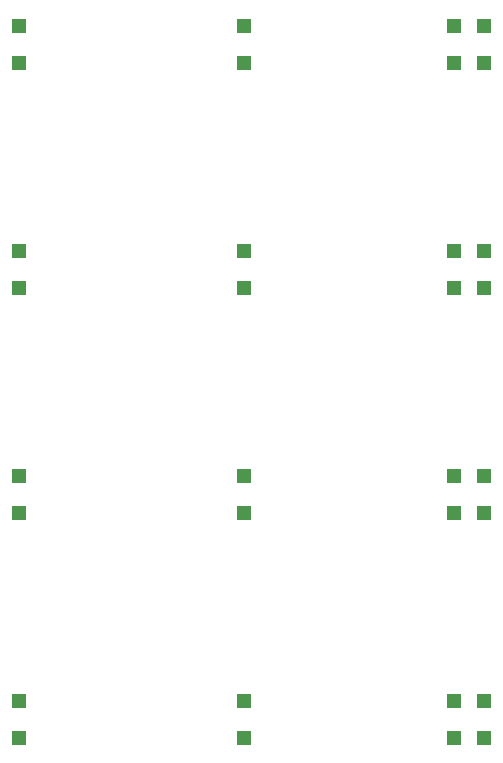
<source format=gbr>
G04 #@! TF.GenerationSoftware,KiCad,Pcbnew,(5.0.0)*
G04 #@! TF.CreationDate,2020-05-01T15:56:33-06:00*
G04 #@! TF.ProjectId,4x4_backpack,3478345F6261636B7061636B2E6B6963,rev?*
G04 #@! TF.SameCoordinates,Original*
G04 #@! TF.FileFunction,Paste,Top*
G04 #@! TF.FilePolarity,Positive*
%FSLAX46Y46*%
G04 Gerber Fmt 4.6, Leading zero omitted, Abs format (unit mm)*
G04 Created by KiCad (PCBNEW (5.0.0)) date 05/01/20 15:56:33*
%MOMM*%
%LPD*%
G01*
G04 APERTURE LIST*
%ADD10R,1.200000X1.200000*%
G04 APERTURE END LIST*
D10*
G04 #@! TO.C,D16*
X134620000Y-141935000D03*
X134620000Y-145085000D03*
G04 #@! TD*
G04 #@! TO.C,D2*
X114300000Y-84785000D03*
X114300000Y-87935000D03*
G04 #@! TD*
G04 #@! TO.C,D1*
X95250000Y-84785000D03*
X95250000Y-87935000D03*
G04 #@! TD*
G04 #@! TO.C,D3*
X132080000Y-87935000D03*
X132080000Y-84785000D03*
G04 #@! TD*
G04 #@! TO.C,D4*
X134620000Y-87935000D03*
X134620000Y-84785000D03*
G04 #@! TD*
G04 #@! TO.C,D5*
X95250000Y-103835000D03*
X95250000Y-106985000D03*
G04 #@! TD*
G04 #@! TO.C,D6*
X114300000Y-106985000D03*
X114300000Y-103835000D03*
G04 #@! TD*
G04 #@! TO.C,D7*
X132080000Y-103835000D03*
X132080000Y-106985000D03*
G04 #@! TD*
G04 #@! TO.C,D8*
X134620000Y-106985000D03*
X134620000Y-103835000D03*
G04 #@! TD*
G04 #@! TO.C,D9*
X95250000Y-126035000D03*
X95250000Y-122885000D03*
G04 #@! TD*
G04 #@! TO.C,D10*
X114300000Y-122885000D03*
X114300000Y-126035000D03*
G04 #@! TD*
G04 #@! TO.C,D11*
X132080000Y-126035000D03*
X132080000Y-122885000D03*
G04 #@! TD*
G04 #@! TO.C,D12*
X134620000Y-122885000D03*
X134620000Y-126035000D03*
G04 #@! TD*
G04 #@! TO.C,D13*
X95250000Y-141935000D03*
X95250000Y-145085000D03*
G04 #@! TD*
G04 #@! TO.C,D14*
X114300000Y-145085000D03*
X114300000Y-141935000D03*
G04 #@! TD*
G04 #@! TO.C,D15*
X132080000Y-145085000D03*
X132080000Y-141935000D03*
G04 #@! TD*
M02*

</source>
